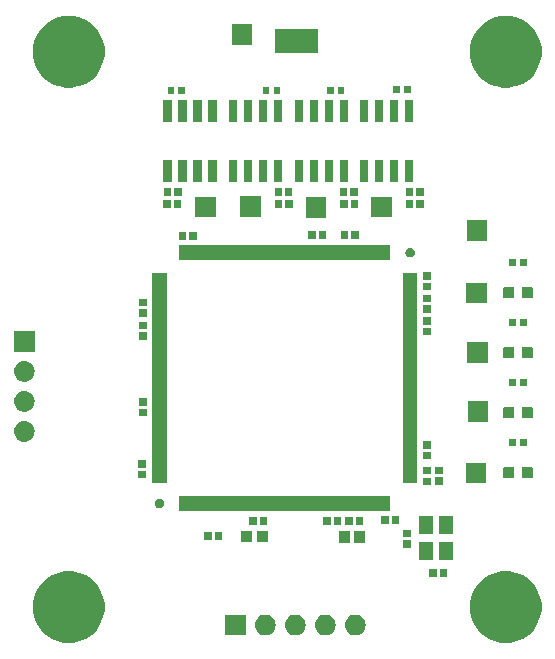
<source format=gbr>
G04 #@! TF.GenerationSoftware,KiCad,Pcbnew,(5.0.1)-3*
G04 #@! TF.CreationDate,2019-01-05T18:42:13-08:00*
G04 #@! TF.ProjectId,EScope-MSDAQ-2-INTANDAQ,4553636F70652D4D534441512D322D49,rev?*
G04 #@! TF.SameCoordinates,Original*
G04 #@! TF.FileFunction,Soldermask,Top*
G04 #@! TF.FilePolarity,Negative*
%FSLAX46Y46*%
G04 Gerber Fmt 4.6, Leading zero omitted, Abs format (unit mm)*
G04 Created by KiCad (PCBNEW (5.0.1)-3) date 1/5/2019 6:42:13 PM*
%MOMM*%
%LPD*%
G01*
G04 APERTURE LIST*
%ADD10C,0.100000*%
G04 APERTURE END LIST*
D10*
G36*
X162404752Y-119624945D02*
X162906077Y-119724664D01*
X163456664Y-119952725D01*
X163952180Y-120283818D01*
X164373582Y-120705220D01*
X164704675Y-121200736D01*
X164932736Y-121751323D01*
X165049000Y-122335824D01*
X165049000Y-122931776D01*
X164932736Y-123516277D01*
X164704675Y-124066864D01*
X164373582Y-124562380D01*
X163952180Y-124983782D01*
X163456664Y-125314875D01*
X162906077Y-125542936D01*
X162404752Y-125642655D01*
X162321577Y-125659200D01*
X161725623Y-125659200D01*
X161642448Y-125642655D01*
X161141123Y-125542936D01*
X160590536Y-125314875D01*
X160095020Y-124983782D01*
X159673618Y-124562380D01*
X159342525Y-124066864D01*
X159114464Y-123516277D01*
X158998200Y-122931776D01*
X158998200Y-122335824D01*
X159114464Y-121751323D01*
X159342525Y-121200736D01*
X159673618Y-120705220D01*
X160095020Y-120283818D01*
X160590536Y-119952725D01*
X161141123Y-119724664D01*
X161642448Y-119624945D01*
X161725623Y-119608400D01*
X162321577Y-119608400D01*
X162404752Y-119624945D01*
X162404752Y-119624945D01*
G37*
G36*
X125404752Y-119624945D02*
X125906077Y-119724664D01*
X126456664Y-119952725D01*
X126952180Y-120283818D01*
X127373582Y-120705220D01*
X127704675Y-121200736D01*
X127932736Y-121751323D01*
X128049000Y-122335824D01*
X128049000Y-122931776D01*
X127932736Y-123516277D01*
X127704675Y-124066864D01*
X127373582Y-124562380D01*
X126952180Y-124983782D01*
X126456664Y-125314875D01*
X125906077Y-125542936D01*
X125404752Y-125642655D01*
X125321577Y-125659200D01*
X124725623Y-125659200D01*
X124642448Y-125642655D01*
X124141123Y-125542936D01*
X123590536Y-125314875D01*
X123095020Y-124983782D01*
X122673618Y-124562380D01*
X122342525Y-124066864D01*
X122114464Y-123516277D01*
X121998200Y-122931776D01*
X121998200Y-122335824D01*
X122114464Y-121751323D01*
X122342525Y-121200736D01*
X122673618Y-120705220D01*
X123095020Y-120283818D01*
X123590536Y-119952725D01*
X124141123Y-119724664D01*
X124642448Y-119624945D01*
X124725623Y-119608400D01*
X125321577Y-119608400D01*
X125404752Y-119624945D01*
X125404752Y-119624945D01*
G37*
G36*
X144367405Y-123292466D02*
X144367408Y-123292467D01*
X144532422Y-123342523D01*
X144684499Y-123423810D01*
X144684501Y-123423811D01*
X144684500Y-123423811D01*
X144817796Y-123533204D01*
X144927189Y-123666500D01*
X145008476Y-123818576D01*
X145058534Y-123983595D01*
X145075435Y-124155200D01*
X145058534Y-124326805D01*
X145058533Y-124326808D01*
X145008477Y-124491822D01*
X144927190Y-124643899D01*
X144817796Y-124777196D01*
X144684499Y-124886590D01*
X144532422Y-124967877D01*
X144398125Y-125008615D01*
X144367405Y-125017934D01*
X144238802Y-125030600D01*
X144152798Y-125030600D01*
X144024195Y-125017934D01*
X143993475Y-125008615D01*
X143859178Y-124967877D01*
X143707101Y-124886590D01*
X143573804Y-124777196D01*
X143464410Y-124643899D01*
X143383123Y-124491822D01*
X143333067Y-124326808D01*
X143333066Y-124326805D01*
X143316165Y-124155200D01*
X143333066Y-123983595D01*
X143383124Y-123818576D01*
X143464411Y-123666500D01*
X143573804Y-123533204D01*
X143707100Y-123423811D01*
X143707099Y-123423811D01*
X143707101Y-123423810D01*
X143859178Y-123342523D01*
X144024192Y-123292467D01*
X144024195Y-123292466D01*
X144152798Y-123279800D01*
X144238802Y-123279800D01*
X144367405Y-123292466D01*
X144367405Y-123292466D01*
G37*
G36*
X141827405Y-123292466D02*
X141827408Y-123292467D01*
X141992422Y-123342523D01*
X142144499Y-123423810D01*
X142144501Y-123423811D01*
X142144500Y-123423811D01*
X142277796Y-123533204D01*
X142387189Y-123666500D01*
X142468476Y-123818576D01*
X142518534Y-123983595D01*
X142535435Y-124155200D01*
X142518534Y-124326805D01*
X142518533Y-124326808D01*
X142468477Y-124491822D01*
X142387190Y-124643899D01*
X142277796Y-124777196D01*
X142144499Y-124886590D01*
X141992422Y-124967877D01*
X141858125Y-125008615D01*
X141827405Y-125017934D01*
X141698802Y-125030600D01*
X141612798Y-125030600D01*
X141484195Y-125017934D01*
X141453475Y-125008615D01*
X141319178Y-124967877D01*
X141167101Y-124886590D01*
X141033804Y-124777196D01*
X140924410Y-124643899D01*
X140843123Y-124491822D01*
X140793067Y-124326808D01*
X140793066Y-124326805D01*
X140776165Y-124155200D01*
X140793066Y-123983595D01*
X140843124Y-123818576D01*
X140924411Y-123666500D01*
X141033804Y-123533204D01*
X141167100Y-123423811D01*
X141167099Y-123423811D01*
X141167101Y-123423810D01*
X141319178Y-123342523D01*
X141484192Y-123292467D01*
X141484195Y-123292466D01*
X141612798Y-123279800D01*
X141698802Y-123279800D01*
X141827405Y-123292466D01*
X141827405Y-123292466D01*
G37*
G36*
X146907405Y-123292466D02*
X146907408Y-123292467D01*
X147072422Y-123342523D01*
X147224499Y-123423810D01*
X147224501Y-123423811D01*
X147224500Y-123423811D01*
X147357796Y-123533204D01*
X147467189Y-123666500D01*
X147548476Y-123818576D01*
X147598534Y-123983595D01*
X147615435Y-124155200D01*
X147598534Y-124326805D01*
X147598533Y-124326808D01*
X147548477Y-124491822D01*
X147467190Y-124643899D01*
X147357796Y-124777196D01*
X147224499Y-124886590D01*
X147072422Y-124967877D01*
X146938125Y-125008615D01*
X146907405Y-125017934D01*
X146778802Y-125030600D01*
X146692798Y-125030600D01*
X146564195Y-125017934D01*
X146533475Y-125008615D01*
X146399178Y-124967877D01*
X146247101Y-124886590D01*
X146113804Y-124777196D01*
X146004410Y-124643899D01*
X145923123Y-124491822D01*
X145873067Y-124326808D01*
X145873066Y-124326805D01*
X145856165Y-124155200D01*
X145873066Y-123983595D01*
X145923124Y-123818576D01*
X146004411Y-123666500D01*
X146113804Y-123533204D01*
X146247100Y-123423811D01*
X146247099Y-123423811D01*
X146247101Y-123423810D01*
X146399178Y-123342523D01*
X146564192Y-123292467D01*
X146564195Y-123292466D01*
X146692798Y-123279800D01*
X146778802Y-123279800D01*
X146907405Y-123292466D01*
X146907405Y-123292466D01*
G37*
G36*
X149447405Y-123292466D02*
X149447408Y-123292467D01*
X149612422Y-123342523D01*
X149764499Y-123423810D01*
X149764501Y-123423811D01*
X149764500Y-123423811D01*
X149897796Y-123533204D01*
X150007189Y-123666500D01*
X150088476Y-123818576D01*
X150138534Y-123983595D01*
X150155435Y-124155200D01*
X150138534Y-124326805D01*
X150138533Y-124326808D01*
X150088477Y-124491822D01*
X150007190Y-124643899D01*
X149897796Y-124777196D01*
X149764499Y-124886590D01*
X149612422Y-124967877D01*
X149478125Y-125008615D01*
X149447405Y-125017934D01*
X149318802Y-125030600D01*
X149232798Y-125030600D01*
X149104195Y-125017934D01*
X149073475Y-125008615D01*
X148939178Y-124967877D01*
X148787101Y-124886590D01*
X148653804Y-124777196D01*
X148544410Y-124643899D01*
X148463123Y-124491822D01*
X148413067Y-124326808D01*
X148413066Y-124326805D01*
X148396165Y-124155200D01*
X148413066Y-123983595D01*
X148463124Y-123818576D01*
X148544411Y-123666500D01*
X148653804Y-123533204D01*
X148787100Y-123423811D01*
X148787099Y-123423811D01*
X148787101Y-123423810D01*
X148939178Y-123342523D01*
X149104192Y-123292467D01*
X149104195Y-123292466D01*
X149232798Y-123279800D01*
X149318802Y-123279800D01*
X149447405Y-123292466D01*
X149447405Y-123292466D01*
G37*
G36*
X139991200Y-125030600D02*
X138240400Y-125030600D01*
X138240400Y-123279800D01*
X139991200Y-123279800D01*
X139991200Y-125030600D01*
X139991200Y-125030600D01*
G37*
G36*
X157046600Y-120076000D02*
X156415800Y-120076000D01*
X156415800Y-119395200D01*
X157046600Y-119395200D01*
X157046600Y-120076000D01*
X157046600Y-120076000D01*
G37*
G36*
X156156600Y-120076000D02*
X155525800Y-120076000D01*
X155525800Y-119395200D01*
X156156600Y-119395200D01*
X156156600Y-120076000D01*
X156156600Y-120076000D01*
G37*
G36*
X157583800Y-118614600D02*
X156333000Y-118614600D01*
X156333000Y-117163800D01*
X157583800Y-117163800D01*
X157583800Y-118614600D01*
X157583800Y-118614600D01*
G37*
G36*
X155883800Y-118614600D02*
X154633000Y-118614600D01*
X154633000Y-117163800D01*
X155883800Y-117163800D01*
X155883800Y-118614600D01*
X155883800Y-118614600D01*
G37*
G36*
X153985000Y-117625800D02*
X153304200Y-117625800D01*
X153304200Y-116995000D01*
X153985000Y-116995000D01*
X153985000Y-117625800D01*
X153985000Y-117625800D01*
G37*
G36*
X150131800Y-117198400D02*
X149191000Y-117198400D01*
X149191000Y-116227600D01*
X150131800Y-116227600D01*
X150131800Y-117198400D01*
X150131800Y-117198400D01*
G37*
G36*
X148801800Y-117198400D02*
X147861000Y-117198400D01*
X147861000Y-116227600D01*
X148801800Y-116227600D01*
X148801800Y-117198400D01*
X148801800Y-117198400D01*
G37*
G36*
X141876800Y-117173000D02*
X140936000Y-117173000D01*
X140936000Y-116202200D01*
X141876800Y-116202200D01*
X141876800Y-117173000D01*
X141876800Y-117173000D01*
G37*
G36*
X140546800Y-117173000D02*
X139606000Y-117173000D01*
X139606000Y-116202200D01*
X140546800Y-116202200D01*
X140546800Y-117173000D01*
X140546800Y-117173000D01*
G37*
G36*
X138022000Y-116977200D02*
X137391200Y-116977200D01*
X137391200Y-116296400D01*
X138022000Y-116296400D01*
X138022000Y-116977200D01*
X138022000Y-116977200D01*
G37*
G36*
X137132000Y-116977200D02*
X136501200Y-116977200D01*
X136501200Y-116296400D01*
X137132000Y-116296400D01*
X137132000Y-116977200D01*
X137132000Y-116977200D01*
G37*
G36*
X153985000Y-116735800D02*
X153304200Y-116735800D01*
X153304200Y-116105000D01*
X153985000Y-116105000D01*
X153985000Y-116735800D01*
X153985000Y-116735800D01*
G37*
G36*
X155883800Y-116414600D02*
X154633000Y-116414600D01*
X154633000Y-114963800D01*
X155883800Y-114963800D01*
X155883800Y-116414600D01*
X155883800Y-116414600D01*
G37*
G36*
X157583800Y-116414600D02*
X156333000Y-116414600D01*
X156333000Y-114963800D01*
X157583800Y-114963800D01*
X157583800Y-116414600D01*
X157583800Y-116414600D01*
G37*
G36*
X147215800Y-115732600D02*
X146585000Y-115732600D01*
X146585000Y-115051800D01*
X147215800Y-115051800D01*
X147215800Y-115732600D01*
X147215800Y-115732600D01*
G37*
G36*
X148105800Y-115732600D02*
X147475000Y-115732600D01*
X147475000Y-115051800D01*
X148105800Y-115051800D01*
X148105800Y-115732600D01*
X148105800Y-115732600D01*
G37*
G36*
X149934600Y-115707200D02*
X149303800Y-115707200D01*
X149303800Y-115026400D01*
X149934600Y-115026400D01*
X149934600Y-115707200D01*
X149934600Y-115707200D01*
G37*
G36*
X149044600Y-115707200D02*
X148413800Y-115707200D01*
X148413800Y-115026400D01*
X149044600Y-115026400D01*
X149044600Y-115707200D01*
X149044600Y-115707200D01*
G37*
G36*
X140942000Y-115656400D02*
X140311200Y-115656400D01*
X140311200Y-114975600D01*
X140942000Y-114975600D01*
X140942000Y-115656400D01*
X140942000Y-115656400D01*
G37*
G36*
X141832000Y-115656400D02*
X141201200Y-115656400D01*
X141201200Y-114975600D01*
X141832000Y-114975600D01*
X141832000Y-115656400D01*
X141832000Y-115656400D01*
G37*
G36*
X152118000Y-115605600D02*
X151487200Y-115605600D01*
X151487200Y-114924800D01*
X152118000Y-114924800D01*
X152118000Y-115605600D01*
X152118000Y-115605600D01*
G37*
G36*
X153008000Y-115605600D02*
X152377200Y-115605600D01*
X152377200Y-114924800D01*
X153008000Y-114924800D01*
X153008000Y-115605600D01*
X153008000Y-115605600D01*
G37*
G36*
X152232200Y-114481400D02*
X134381400Y-114481400D01*
X134381400Y-113260600D01*
X152232200Y-113260600D01*
X152232200Y-114481400D01*
X152232200Y-114481400D01*
G37*
G36*
X132803592Y-113485987D02*
X132876460Y-113516170D01*
X132876461Y-113516171D01*
X132942043Y-113559991D01*
X132997809Y-113615757D01*
X132997811Y-113615760D01*
X133041630Y-113681340D01*
X133071813Y-113754208D01*
X133087200Y-113831564D01*
X133087200Y-113910436D01*
X133071813Y-113987792D01*
X133041630Y-114060660D01*
X133041629Y-114060661D01*
X132997809Y-114126243D01*
X132942043Y-114182009D01*
X132942040Y-114182011D01*
X132876460Y-114225830D01*
X132803592Y-114256013D01*
X132726236Y-114271400D01*
X132647364Y-114271400D01*
X132570008Y-114256013D01*
X132497140Y-114225830D01*
X132431560Y-114182011D01*
X132431557Y-114182009D01*
X132375791Y-114126243D01*
X132331971Y-114060661D01*
X132331970Y-114060660D01*
X132301787Y-113987792D01*
X132286400Y-113910436D01*
X132286400Y-113831564D01*
X132301787Y-113754208D01*
X132331970Y-113681340D01*
X132375789Y-113615760D01*
X132375791Y-113615757D01*
X132431557Y-113559991D01*
X132497139Y-113516171D01*
X132497140Y-113516170D01*
X132570008Y-113485987D01*
X132647364Y-113470600D01*
X132726236Y-113470600D01*
X132803592Y-113485987D01*
X132803592Y-113485987D01*
G37*
G36*
X155686800Y-112304000D02*
X155006000Y-112304000D01*
X155006000Y-111673200D01*
X155686800Y-111673200D01*
X155686800Y-112304000D01*
X155686800Y-112304000D01*
G37*
G36*
X156677400Y-112291800D02*
X155996600Y-112291800D01*
X155996600Y-111661000D01*
X156677400Y-111661000D01*
X156677400Y-112291800D01*
X156677400Y-112291800D01*
G37*
G36*
X154537200Y-112176400D02*
X153316400Y-112176400D01*
X153316400Y-94325600D01*
X154537200Y-94325600D01*
X154537200Y-112176400D01*
X154537200Y-112176400D01*
G37*
G36*
X133297200Y-112176400D02*
X132076400Y-112176400D01*
X132076400Y-94325600D01*
X133297200Y-94325600D01*
X133297200Y-112176400D01*
X133297200Y-112176400D01*
G37*
G36*
X160362000Y-112152800D02*
X158611200Y-112152800D01*
X158611200Y-110402000D01*
X160362000Y-110402000D01*
X160362000Y-112152800D01*
X160362000Y-112152800D01*
G37*
G36*
X162591292Y-110755439D02*
X162622872Y-110765019D01*
X162651976Y-110780576D01*
X162677488Y-110801512D01*
X162698424Y-110827024D01*
X162713981Y-110856128D01*
X162723561Y-110887708D01*
X162727400Y-110926690D01*
X162727400Y-111577310D01*
X162723561Y-111616292D01*
X162713981Y-111647872D01*
X162698424Y-111676976D01*
X162677488Y-111702488D01*
X162651976Y-111723424D01*
X162622872Y-111738981D01*
X162591292Y-111748561D01*
X162552310Y-111752400D01*
X161976690Y-111752400D01*
X161937708Y-111748561D01*
X161906128Y-111738981D01*
X161877024Y-111723424D01*
X161851512Y-111702488D01*
X161830576Y-111676976D01*
X161815019Y-111647872D01*
X161805439Y-111616292D01*
X161801600Y-111577310D01*
X161801600Y-110926690D01*
X161805439Y-110887708D01*
X161815019Y-110856128D01*
X161830576Y-110827024D01*
X161851512Y-110801512D01*
X161877024Y-110780576D01*
X161906128Y-110765019D01*
X161937708Y-110755439D01*
X161976690Y-110751600D01*
X162552310Y-110751600D01*
X162591292Y-110755439D01*
X162591292Y-110755439D01*
G37*
G36*
X164166292Y-110755439D02*
X164197872Y-110765019D01*
X164226976Y-110780576D01*
X164252488Y-110801512D01*
X164273424Y-110827024D01*
X164288981Y-110856128D01*
X164298561Y-110887708D01*
X164302400Y-110926690D01*
X164302400Y-111577310D01*
X164298561Y-111616292D01*
X164288981Y-111647872D01*
X164273424Y-111676976D01*
X164252488Y-111702488D01*
X164226976Y-111723424D01*
X164197872Y-111738981D01*
X164166292Y-111748561D01*
X164127310Y-111752400D01*
X163551690Y-111752400D01*
X163512708Y-111748561D01*
X163481128Y-111738981D01*
X163452024Y-111723424D01*
X163426512Y-111702488D01*
X163405576Y-111676976D01*
X163390019Y-111647872D01*
X163380439Y-111616292D01*
X163376600Y-111577310D01*
X163376600Y-110926690D01*
X163380439Y-110887708D01*
X163390019Y-110856128D01*
X163405576Y-110827024D01*
X163426512Y-110801512D01*
X163452024Y-110780576D01*
X163481128Y-110765019D01*
X163512708Y-110755439D01*
X163551690Y-110751600D01*
X164127310Y-110751600D01*
X164166292Y-110755439D01*
X164166292Y-110755439D01*
G37*
G36*
X131582200Y-111733000D02*
X130901400Y-111733000D01*
X130901400Y-111102200D01*
X131582200Y-111102200D01*
X131582200Y-111733000D01*
X131582200Y-111733000D01*
G37*
G36*
X155686800Y-111414000D02*
X155006000Y-111414000D01*
X155006000Y-110783200D01*
X155686800Y-110783200D01*
X155686800Y-111414000D01*
X155686800Y-111414000D01*
G37*
G36*
X156677400Y-111401800D02*
X155996600Y-111401800D01*
X155996600Y-110771000D01*
X156677400Y-110771000D01*
X156677400Y-111401800D01*
X156677400Y-111401800D01*
G37*
G36*
X131582200Y-110843000D02*
X130901400Y-110843000D01*
X130901400Y-110212200D01*
X131582200Y-110212200D01*
X131582200Y-110843000D01*
X131582200Y-110843000D01*
G37*
G36*
X155712200Y-110132800D02*
X155031400Y-110132800D01*
X155031400Y-109502000D01*
X155712200Y-109502000D01*
X155712200Y-110132800D01*
X155712200Y-110132800D01*
G37*
G36*
X155712200Y-109242800D02*
X155031400Y-109242800D01*
X155031400Y-108612000D01*
X155712200Y-108612000D01*
X155712200Y-109242800D01*
X155712200Y-109242800D01*
G37*
G36*
X163777400Y-109017400D02*
X163236600Y-109017400D01*
X163236600Y-108406600D01*
X163777400Y-108406600D01*
X163777400Y-109017400D01*
X163777400Y-109017400D01*
G37*
G36*
X162867400Y-109017400D02*
X162326600Y-109017400D01*
X162326600Y-108406600D01*
X162867400Y-108406600D01*
X162867400Y-109017400D01*
X162867400Y-109017400D01*
G37*
G36*
X121419806Y-106905667D02*
X121419809Y-106905668D01*
X121584823Y-106955724D01*
X121736900Y-107037011D01*
X121736902Y-107037012D01*
X121736901Y-107037012D01*
X121870197Y-107146405D01*
X121979590Y-107279701D01*
X122060877Y-107431777D01*
X122110935Y-107596796D01*
X122127836Y-107768401D01*
X122110935Y-107940006D01*
X122110934Y-107940009D01*
X122060878Y-108105023D01*
X121979591Y-108257100D01*
X121870197Y-108390397D01*
X121736900Y-108499791D01*
X121584823Y-108581078D01*
X121482886Y-108612000D01*
X121419806Y-108631135D01*
X121291203Y-108643801D01*
X121205199Y-108643801D01*
X121076596Y-108631135D01*
X121013516Y-108612000D01*
X120911579Y-108581078D01*
X120759502Y-108499791D01*
X120626205Y-108390397D01*
X120516811Y-108257100D01*
X120435524Y-108105023D01*
X120385468Y-107940009D01*
X120385467Y-107940006D01*
X120368566Y-107768401D01*
X120385467Y-107596796D01*
X120435525Y-107431777D01*
X120516812Y-107279701D01*
X120626205Y-107146405D01*
X120759501Y-107037012D01*
X120759500Y-107037012D01*
X120759502Y-107037011D01*
X120911579Y-106955724D01*
X121076593Y-106905668D01*
X121076596Y-106905667D01*
X121205199Y-106893001D01*
X121291203Y-106893001D01*
X121419806Y-106905667D01*
X121419806Y-106905667D01*
G37*
G36*
X160539800Y-106971200D02*
X158789000Y-106971200D01*
X158789000Y-105220400D01*
X160539800Y-105220400D01*
X160539800Y-106971200D01*
X160539800Y-106971200D01*
G37*
G36*
X164166292Y-105675439D02*
X164197872Y-105685019D01*
X164226976Y-105700576D01*
X164252488Y-105721512D01*
X164273424Y-105747024D01*
X164288981Y-105776128D01*
X164298561Y-105807708D01*
X164302400Y-105846690D01*
X164302400Y-106497310D01*
X164298561Y-106536292D01*
X164288981Y-106567872D01*
X164273424Y-106596976D01*
X164252488Y-106622488D01*
X164226976Y-106643424D01*
X164197872Y-106658981D01*
X164166292Y-106668561D01*
X164127310Y-106672400D01*
X163551690Y-106672400D01*
X163512708Y-106668561D01*
X163481128Y-106658981D01*
X163452024Y-106643424D01*
X163426512Y-106622488D01*
X163405576Y-106596976D01*
X163390019Y-106567872D01*
X163380439Y-106536292D01*
X163376600Y-106497310D01*
X163376600Y-105846690D01*
X163380439Y-105807708D01*
X163390019Y-105776128D01*
X163405576Y-105747024D01*
X163426512Y-105721512D01*
X163452024Y-105700576D01*
X163481128Y-105685019D01*
X163512708Y-105675439D01*
X163551690Y-105671600D01*
X164127310Y-105671600D01*
X164166292Y-105675439D01*
X164166292Y-105675439D01*
G37*
G36*
X162591292Y-105675439D02*
X162622872Y-105685019D01*
X162651976Y-105700576D01*
X162677488Y-105721512D01*
X162698424Y-105747024D01*
X162713981Y-105776128D01*
X162723561Y-105807708D01*
X162727400Y-105846690D01*
X162727400Y-106497310D01*
X162723561Y-106536292D01*
X162713981Y-106567872D01*
X162698424Y-106596976D01*
X162677488Y-106622488D01*
X162651976Y-106643424D01*
X162622872Y-106658981D01*
X162591292Y-106668561D01*
X162552310Y-106672400D01*
X161976690Y-106672400D01*
X161937708Y-106668561D01*
X161906128Y-106658981D01*
X161877024Y-106643424D01*
X161851512Y-106622488D01*
X161830576Y-106596976D01*
X161815019Y-106567872D01*
X161805439Y-106536292D01*
X161801600Y-106497310D01*
X161801600Y-105846690D01*
X161805439Y-105807708D01*
X161815019Y-105776128D01*
X161830576Y-105747024D01*
X161851512Y-105721512D01*
X161877024Y-105700576D01*
X161906128Y-105685019D01*
X161937708Y-105675439D01*
X161976690Y-105671600D01*
X162552310Y-105671600D01*
X162591292Y-105675439D01*
X162591292Y-105675439D01*
G37*
G36*
X131607600Y-106500600D02*
X130926800Y-106500600D01*
X130926800Y-105869800D01*
X131607600Y-105869800D01*
X131607600Y-106500600D01*
X131607600Y-106500600D01*
G37*
G36*
X121419806Y-104365667D02*
X121419809Y-104365668D01*
X121584823Y-104415724D01*
X121736900Y-104497011D01*
X121870197Y-104606405D01*
X121979591Y-104739702D01*
X122050380Y-104872139D01*
X122060877Y-104891777D01*
X122110935Y-105056796D01*
X122127836Y-105228401D01*
X122110935Y-105400006D01*
X122110934Y-105400009D01*
X122060878Y-105565023D01*
X121979591Y-105717100D01*
X121870197Y-105850397D01*
X121736900Y-105959791D01*
X121584823Y-106041078D01*
X121450526Y-106081816D01*
X121419806Y-106091135D01*
X121291203Y-106103801D01*
X121205199Y-106103801D01*
X121076596Y-106091135D01*
X121045876Y-106081816D01*
X120911579Y-106041078D01*
X120759502Y-105959791D01*
X120626205Y-105850397D01*
X120516811Y-105717100D01*
X120435524Y-105565023D01*
X120385468Y-105400009D01*
X120385467Y-105400006D01*
X120368566Y-105228401D01*
X120385467Y-105056796D01*
X120435525Y-104891777D01*
X120446022Y-104872139D01*
X120516811Y-104739702D01*
X120626205Y-104606405D01*
X120759502Y-104497011D01*
X120911579Y-104415724D01*
X121076593Y-104365668D01*
X121076596Y-104365667D01*
X121205199Y-104353001D01*
X121291203Y-104353001D01*
X121419806Y-104365667D01*
X121419806Y-104365667D01*
G37*
G36*
X131607600Y-105610600D02*
X130926800Y-105610600D01*
X130926800Y-104979800D01*
X131607600Y-104979800D01*
X131607600Y-105610600D01*
X131607600Y-105610600D01*
G37*
G36*
X163777400Y-103937400D02*
X163236600Y-103937400D01*
X163236600Y-103326600D01*
X163777400Y-103326600D01*
X163777400Y-103937400D01*
X163777400Y-103937400D01*
G37*
G36*
X162867400Y-103937400D02*
X162326600Y-103937400D01*
X162326600Y-103326600D01*
X162867400Y-103326600D01*
X162867400Y-103937400D01*
X162867400Y-103937400D01*
G37*
G36*
X121419806Y-101825667D02*
X121419809Y-101825668D01*
X121584823Y-101875724D01*
X121736900Y-101957011D01*
X121870197Y-102066405D01*
X121960468Y-102176400D01*
X121979590Y-102199701D01*
X122060877Y-102351777D01*
X122110935Y-102516796D01*
X122127836Y-102688401D01*
X122110935Y-102860006D01*
X122110934Y-102860009D01*
X122060878Y-103025023D01*
X121979591Y-103177100D01*
X121870197Y-103310397D01*
X121736900Y-103419791D01*
X121584823Y-103501078D01*
X121450526Y-103541816D01*
X121419806Y-103551135D01*
X121291203Y-103563801D01*
X121205199Y-103563801D01*
X121076596Y-103551135D01*
X121045876Y-103541816D01*
X120911579Y-103501078D01*
X120759502Y-103419791D01*
X120626205Y-103310397D01*
X120516811Y-103177100D01*
X120435524Y-103025023D01*
X120385468Y-102860009D01*
X120385467Y-102860006D01*
X120368566Y-102688401D01*
X120385467Y-102516796D01*
X120435525Y-102351777D01*
X120516812Y-102199701D01*
X120535935Y-102176400D01*
X120626205Y-102066405D01*
X120759502Y-101957011D01*
X120911579Y-101875724D01*
X121076593Y-101825668D01*
X121076596Y-101825667D01*
X121205199Y-101813001D01*
X121291203Y-101813001D01*
X121419806Y-101825667D01*
X121419806Y-101825667D01*
G37*
G36*
X160514400Y-101967400D02*
X158763600Y-101967400D01*
X158763600Y-100216600D01*
X160514400Y-100216600D01*
X160514400Y-101967400D01*
X160514400Y-101967400D01*
G37*
G36*
X162591292Y-100595439D02*
X162622872Y-100605019D01*
X162651976Y-100620576D01*
X162677488Y-100641512D01*
X162698424Y-100667024D01*
X162713981Y-100696128D01*
X162723561Y-100727708D01*
X162727400Y-100766690D01*
X162727400Y-101417310D01*
X162723561Y-101456292D01*
X162713981Y-101487872D01*
X162698424Y-101516976D01*
X162677488Y-101542488D01*
X162651976Y-101563424D01*
X162622872Y-101578981D01*
X162591292Y-101588561D01*
X162552310Y-101592400D01*
X161976690Y-101592400D01*
X161937708Y-101588561D01*
X161906128Y-101578981D01*
X161877024Y-101563424D01*
X161851512Y-101542488D01*
X161830576Y-101516976D01*
X161815019Y-101487872D01*
X161805439Y-101456292D01*
X161801600Y-101417310D01*
X161801600Y-100766690D01*
X161805439Y-100727708D01*
X161815019Y-100696128D01*
X161830576Y-100667024D01*
X161851512Y-100641512D01*
X161877024Y-100620576D01*
X161906128Y-100605019D01*
X161937708Y-100595439D01*
X161976690Y-100591600D01*
X162552310Y-100591600D01*
X162591292Y-100595439D01*
X162591292Y-100595439D01*
G37*
G36*
X164166292Y-100595439D02*
X164197872Y-100605019D01*
X164226976Y-100620576D01*
X164252488Y-100641512D01*
X164273424Y-100667024D01*
X164288981Y-100696128D01*
X164298561Y-100727708D01*
X164302400Y-100766690D01*
X164302400Y-101417310D01*
X164298561Y-101456292D01*
X164288981Y-101487872D01*
X164273424Y-101516976D01*
X164252488Y-101542488D01*
X164226976Y-101563424D01*
X164197872Y-101578981D01*
X164166292Y-101588561D01*
X164127310Y-101592400D01*
X163551690Y-101592400D01*
X163512708Y-101588561D01*
X163481128Y-101578981D01*
X163452024Y-101563424D01*
X163426512Y-101542488D01*
X163405576Y-101516976D01*
X163390019Y-101487872D01*
X163380439Y-101456292D01*
X163376600Y-101417310D01*
X163376600Y-100766690D01*
X163380439Y-100727708D01*
X163390019Y-100696128D01*
X163405576Y-100667024D01*
X163426512Y-100641512D01*
X163452024Y-100620576D01*
X163481128Y-100605019D01*
X163512708Y-100595439D01*
X163551690Y-100591600D01*
X164127310Y-100591600D01*
X164166292Y-100595439D01*
X164166292Y-100595439D01*
G37*
G36*
X122123601Y-101023801D02*
X120372801Y-101023801D01*
X120372801Y-99273001D01*
X122123601Y-99273001D01*
X122123601Y-101023801D01*
X122123601Y-101023801D01*
G37*
G36*
X131607600Y-100011400D02*
X130926800Y-100011400D01*
X130926800Y-99380600D01*
X131607600Y-99380600D01*
X131607600Y-100011400D01*
X131607600Y-100011400D01*
G37*
G36*
X155712200Y-99642600D02*
X155031400Y-99642600D01*
X155031400Y-99011800D01*
X155712200Y-99011800D01*
X155712200Y-99642600D01*
X155712200Y-99642600D01*
G37*
G36*
X131607600Y-99121400D02*
X130926800Y-99121400D01*
X130926800Y-98490600D01*
X131607600Y-98490600D01*
X131607600Y-99121400D01*
X131607600Y-99121400D01*
G37*
G36*
X162867400Y-98857400D02*
X162326600Y-98857400D01*
X162326600Y-98246600D01*
X162867400Y-98246600D01*
X162867400Y-98857400D01*
X162867400Y-98857400D01*
G37*
G36*
X163777400Y-98857400D02*
X163236600Y-98857400D01*
X163236600Y-98246600D01*
X163777400Y-98246600D01*
X163777400Y-98857400D01*
X163777400Y-98857400D01*
G37*
G36*
X155712200Y-98752600D02*
X155031400Y-98752600D01*
X155031400Y-98121800D01*
X155712200Y-98121800D01*
X155712200Y-98752600D01*
X155712200Y-98752600D01*
G37*
G36*
X131607600Y-98042400D02*
X130926800Y-98042400D01*
X130926800Y-97411600D01*
X131607600Y-97411600D01*
X131607600Y-98042400D01*
X131607600Y-98042400D01*
G37*
G36*
X155712200Y-97737600D02*
X155031400Y-97737600D01*
X155031400Y-97106800D01*
X155712200Y-97106800D01*
X155712200Y-97737600D01*
X155712200Y-97737600D01*
G37*
G36*
X131607600Y-97152400D02*
X130926800Y-97152400D01*
X130926800Y-96521600D01*
X131607600Y-96521600D01*
X131607600Y-97152400D01*
X131607600Y-97152400D01*
G37*
G36*
X160438200Y-96912800D02*
X158687400Y-96912800D01*
X158687400Y-95162000D01*
X160438200Y-95162000D01*
X160438200Y-96912800D01*
X160438200Y-96912800D01*
G37*
G36*
X155712200Y-96847600D02*
X155031400Y-96847600D01*
X155031400Y-96216800D01*
X155712200Y-96216800D01*
X155712200Y-96847600D01*
X155712200Y-96847600D01*
G37*
G36*
X162591292Y-95515439D02*
X162622872Y-95525019D01*
X162651976Y-95540576D01*
X162677488Y-95561512D01*
X162698424Y-95587024D01*
X162713981Y-95616128D01*
X162723561Y-95647708D01*
X162727400Y-95686690D01*
X162727400Y-96337310D01*
X162723561Y-96376292D01*
X162713981Y-96407872D01*
X162698424Y-96436976D01*
X162677488Y-96462488D01*
X162651976Y-96483424D01*
X162622872Y-96498981D01*
X162591292Y-96508561D01*
X162552310Y-96512400D01*
X161976690Y-96512400D01*
X161937708Y-96508561D01*
X161906128Y-96498981D01*
X161877024Y-96483424D01*
X161851512Y-96462488D01*
X161830576Y-96436976D01*
X161815019Y-96407872D01*
X161805439Y-96376292D01*
X161801600Y-96337310D01*
X161801600Y-95686690D01*
X161805439Y-95647708D01*
X161815019Y-95616128D01*
X161830576Y-95587024D01*
X161851512Y-95561512D01*
X161877024Y-95540576D01*
X161906128Y-95525019D01*
X161937708Y-95515439D01*
X161976690Y-95511600D01*
X162552310Y-95511600D01*
X162591292Y-95515439D01*
X162591292Y-95515439D01*
G37*
G36*
X164166292Y-95515439D02*
X164197872Y-95525019D01*
X164226976Y-95540576D01*
X164252488Y-95561512D01*
X164273424Y-95587024D01*
X164288981Y-95616128D01*
X164298561Y-95647708D01*
X164302400Y-95686690D01*
X164302400Y-96337310D01*
X164298561Y-96376292D01*
X164288981Y-96407872D01*
X164273424Y-96436976D01*
X164252488Y-96462488D01*
X164226976Y-96483424D01*
X164197872Y-96498981D01*
X164166292Y-96508561D01*
X164127310Y-96512400D01*
X163551690Y-96512400D01*
X163512708Y-96508561D01*
X163481128Y-96498981D01*
X163452024Y-96483424D01*
X163426512Y-96462488D01*
X163405576Y-96436976D01*
X163390019Y-96407872D01*
X163380439Y-96376292D01*
X163376600Y-96337310D01*
X163376600Y-95686690D01*
X163380439Y-95647708D01*
X163390019Y-95616128D01*
X163405576Y-95587024D01*
X163426512Y-95561512D01*
X163452024Y-95540576D01*
X163481128Y-95525019D01*
X163512708Y-95515439D01*
X163551690Y-95511600D01*
X164127310Y-95511600D01*
X164166292Y-95515439D01*
X164166292Y-95515439D01*
G37*
G36*
X155712200Y-95832600D02*
X155031400Y-95832600D01*
X155031400Y-95201800D01*
X155712200Y-95201800D01*
X155712200Y-95832600D01*
X155712200Y-95832600D01*
G37*
G36*
X155712200Y-94942600D02*
X155031400Y-94942600D01*
X155031400Y-94311800D01*
X155712200Y-94311800D01*
X155712200Y-94942600D01*
X155712200Y-94942600D01*
G37*
G36*
X162867400Y-93777400D02*
X162326600Y-93777400D01*
X162326600Y-93166600D01*
X162867400Y-93166600D01*
X162867400Y-93777400D01*
X162867400Y-93777400D01*
G37*
G36*
X163777400Y-93777400D02*
X163236600Y-93777400D01*
X163236600Y-93166600D01*
X163777400Y-93166600D01*
X163777400Y-93777400D01*
X163777400Y-93777400D01*
G37*
G36*
X152232200Y-93241400D02*
X134381400Y-93241400D01*
X134381400Y-92020600D01*
X152232200Y-92020600D01*
X152232200Y-93241400D01*
X152232200Y-93241400D01*
G37*
G36*
X154043592Y-92245987D02*
X154116460Y-92276170D01*
X154116461Y-92276171D01*
X154182043Y-92319991D01*
X154237809Y-92375757D01*
X154237811Y-92375760D01*
X154281630Y-92441340D01*
X154311813Y-92514208D01*
X154327200Y-92591564D01*
X154327200Y-92670436D01*
X154311813Y-92747792D01*
X154281630Y-92820660D01*
X154281629Y-92820661D01*
X154237809Y-92886243D01*
X154182043Y-92942009D01*
X154182040Y-92942011D01*
X154116460Y-92985830D01*
X154043592Y-93016013D01*
X153966236Y-93031400D01*
X153887364Y-93031400D01*
X153810008Y-93016013D01*
X153737140Y-92985830D01*
X153671560Y-92942011D01*
X153671557Y-92942009D01*
X153615791Y-92886243D01*
X153571971Y-92820661D01*
X153571970Y-92820660D01*
X153541787Y-92747792D01*
X153526400Y-92670436D01*
X153526400Y-92591564D01*
X153541787Y-92514208D01*
X153571970Y-92441340D01*
X153615789Y-92375760D01*
X153615791Y-92375757D01*
X153671557Y-92319991D01*
X153737139Y-92276171D01*
X153737140Y-92276170D01*
X153810008Y-92245987D01*
X153887364Y-92230600D01*
X153966236Y-92230600D01*
X154043592Y-92245987D01*
X154043592Y-92245987D01*
G37*
G36*
X160463600Y-91655000D02*
X158712800Y-91655000D01*
X158712800Y-89904200D01*
X160463600Y-89904200D01*
X160463600Y-91655000D01*
X160463600Y-91655000D01*
G37*
G36*
X134973000Y-91526400D02*
X134342200Y-91526400D01*
X134342200Y-90845600D01*
X134973000Y-90845600D01*
X134973000Y-91526400D01*
X134973000Y-91526400D01*
G37*
G36*
X135863000Y-91526400D02*
X135232200Y-91526400D01*
X135232200Y-90845600D01*
X135863000Y-90845600D01*
X135863000Y-91526400D01*
X135863000Y-91526400D01*
G37*
G36*
X146835800Y-91475600D02*
X146205000Y-91475600D01*
X146205000Y-90794800D01*
X146835800Y-90794800D01*
X146835800Y-91475600D01*
X146835800Y-91475600D01*
G37*
G36*
X145945800Y-91475600D02*
X145315000Y-91475600D01*
X145315000Y-90794800D01*
X145945800Y-90794800D01*
X145945800Y-91475600D01*
X145945800Y-91475600D01*
G37*
G36*
X149553600Y-91450200D02*
X148922800Y-91450200D01*
X148922800Y-90769400D01*
X149553600Y-90769400D01*
X149553600Y-91450200D01*
X149553600Y-91450200D01*
G37*
G36*
X148663600Y-91450200D02*
X148032800Y-91450200D01*
X148032800Y-90769400D01*
X148663600Y-90769400D01*
X148663600Y-91450200D01*
X148663600Y-91450200D01*
G37*
G36*
X146836500Y-89706820D02*
X145085700Y-89706820D01*
X145085700Y-87956020D01*
X146836500Y-87956020D01*
X146836500Y-89706820D01*
X146836500Y-89706820D01*
G37*
G36*
X152396560Y-89648400D02*
X150645760Y-89648400D01*
X150645760Y-87897600D01*
X152396560Y-87897600D01*
X152396560Y-89648400D01*
X152396560Y-89648400D01*
G37*
G36*
X137489300Y-89633160D02*
X135738500Y-89633160D01*
X135738500Y-87882360D01*
X137489300Y-87882360D01*
X137489300Y-89633160D01*
X137489300Y-89633160D01*
G37*
G36*
X141291680Y-89620460D02*
X139540880Y-89620460D01*
X139540880Y-87869660D01*
X141291680Y-87869660D01*
X141291680Y-89620460D01*
X141291680Y-89620460D01*
G37*
G36*
X143085760Y-88894960D02*
X142454960Y-88894960D01*
X142454960Y-88214160D01*
X143085760Y-88214160D01*
X143085760Y-88894960D01*
X143085760Y-88894960D01*
G37*
G36*
X143975760Y-88894960D02*
X143344960Y-88894960D01*
X143344960Y-88214160D01*
X143975760Y-88214160D01*
X143975760Y-88894960D01*
X143975760Y-88894960D01*
G37*
G36*
X134557440Y-88894960D02*
X133926640Y-88894960D01*
X133926640Y-88214160D01*
X134557440Y-88214160D01*
X134557440Y-88894960D01*
X134557440Y-88894960D01*
G37*
G36*
X133667440Y-88894960D02*
X133036640Y-88894960D01*
X133036640Y-88214160D01*
X133667440Y-88214160D01*
X133667440Y-88894960D01*
X133667440Y-88894960D01*
G37*
G36*
X148652940Y-88894960D02*
X148022140Y-88894960D01*
X148022140Y-88214160D01*
X148652940Y-88214160D01*
X148652940Y-88894960D01*
X148652940Y-88894960D01*
G37*
G36*
X155080640Y-88894960D02*
X154449840Y-88894960D01*
X154449840Y-88214160D01*
X155080640Y-88214160D01*
X155080640Y-88894960D01*
X155080640Y-88894960D01*
G37*
G36*
X154190640Y-88894960D02*
X153559840Y-88894960D01*
X153559840Y-88214160D01*
X154190640Y-88214160D01*
X154190640Y-88894960D01*
X154190640Y-88894960D01*
G37*
G36*
X149542940Y-88894960D02*
X148912140Y-88894960D01*
X148912140Y-88214160D01*
X149542940Y-88214160D01*
X149542940Y-88894960D01*
X149542940Y-88894960D01*
G37*
G36*
X155065400Y-87818000D02*
X154434600Y-87818000D01*
X154434600Y-87137200D01*
X155065400Y-87137200D01*
X155065400Y-87818000D01*
X155065400Y-87818000D01*
G37*
G36*
X154175400Y-87818000D02*
X153544600Y-87818000D01*
X153544600Y-87137200D01*
X154175400Y-87137200D01*
X154175400Y-87818000D01*
X154175400Y-87818000D01*
G37*
G36*
X133677600Y-87818000D02*
X133046800Y-87818000D01*
X133046800Y-87137200D01*
X133677600Y-87137200D01*
X133677600Y-87818000D01*
X133677600Y-87818000D01*
G37*
G36*
X134567600Y-87818000D02*
X133936800Y-87818000D01*
X133936800Y-87137200D01*
X134567600Y-87137200D01*
X134567600Y-87818000D01*
X134567600Y-87818000D01*
G37*
G36*
X143070520Y-87818000D02*
X142439720Y-87818000D01*
X142439720Y-87137200D01*
X143070520Y-87137200D01*
X143070520Y-87818000D01*
X143070520Y-87818000D01*
G37*
G36*
X143960520Y-87818000D02*
X143329720Y-87818000D01*
X143329720Y-87137200D01*
X143960520Y-87137200D01*
X143960520Y-87818000D01*
X143960520Y-87818000D01*
G37*
G36*
X149490100Y-87818000D02*
X148859300Y-87818000D01*
X148859300Y-87137200D01*
X149490100Y-87137200D01*
X149490100Y-87818000D01*
X149490100Y-87818000D01*
G37*
G36*
X148600100Y-87818000D02*
X147969300Y-87818000D01*
X147969300Y-87137200D01*
X148600100Y-87137200D01*
X148600100Y-87818000D01*
X148600100Y-87818000D01*
G37*
G36*
X146099066Y-86620400D02*
X145408266Y-86620400D01*
X145408266Y-84799600D01*
X146099066Y-84799600D01*
X146099066Y-86620400D01*
X146099066Y-86620400D01*
G37*
G36*
X147369066Y-86620400D02*
X146678266Y-86620400D01*
X146678266Y-84799600D01*
X147369066Y-84799600D01*
X147369066Y-86620400D01*
X147369066Y-86620400D01*
G37*
G36*
X148639066Y-86620400D02*
X147948266Y-86620400D01*
X147948266Y-84799600D01*
X148639066Y-84799600D01*
X148639066Y-86620400D01*
X148639066Y-86620400D01*
G37*
G36*
X139274933Y-86620400D02*
X138584133Y-86620400D01*
X138584133Y-84799600D01*
X139274933Y-84799600D01*
X139274933Y-86620400D01*
X139274933Y-86620400D01*
G37*
G36*
X140544933Y-86620400D02*
X139854133Y-86620400D01*
X139854133Y-84799600D01*
X140544933Y-84799600D01*
X140544933Y-86620400D01*
X140544933Y-86620400D01*
G37*
G36*
X141814933Y-86620400D02*
X141124133Y-86620400D01*
X141124133Y-84799600D01*
X141814933Y-84799600D01*
X141814933Y-86620400D01*
X141814933Y-86620400D01*
G37*
G36*
X154193200Y-86620400D02*
X153502400Y-86620400D01*
X153502400Y-84799600D01*
X154193200Y-84799600D01*
X154193200Y-86620400D01*
X154193200Y-86620400D01*
G37*
G36*
X151653200Y-86620400D02*
X150962400Y-86620400D01*
X150962400Y-84799600D01*
X151653200Y-84799600D01*
X151653200Y-86620400D01*
X151653200Y-86620400D01*
G37*
G36*
X150383200Y-86620400D02*
X149692400Y-86620400D01*
X149692400Y-84799600D01*
X150383200Y-84799600D01*
X150383200Y-86620400D01*
X150383200Y-86620400D01*
G37*
G36*
X144829066Y-86620400D02*
X144138266Y-86620400D01*
X144138266Y-84799600D01*
X144829066Y-84799600D01*
X144829066Y-86620400D01*
X144829066Y-86620400D01*
G37*
G36*
X137530800Y-86620400D02*
X136840000Y-86620400D01*
X136840000Y-84799600D01*
X137530800Y-84799600D01*
X137530800Y-86620400D01*
X137530800Y-86620400D01*
G37*
G36*
X136260800Y-86620400D02*
X135570000Y-86620400D01*
X135570000Y-84799600D01*
X136260800Y-84799600D01*
X136260800Y-86620400D01*
X136260800Y-86620400D01*
G37*
G36*
X134990800Y-86620400D02*
X134300000Y-86620400D01*
X134300000Y-84799600D01*
X134990800Y-84799600D01*
X134990800Y-86620400D01*
X134990800Y-86620400D01*
G37*
G36*
X143084933Y-86620400D02*
X142394133Y-86620400D01*
X142394133Y-84799600D01*
X143084933Y-84799600D01*
X143084933Y-86620400D01*
X143084933Y-86620400D01*
G37*
G36*
X133720800Y-86620400D02*
X133030000Y-86620400D01*
X133030000Y-84799600D01*
X133720800Y-84799600D01*
X133720800Y-86620400D01*
X133720800Y-86620400D01*
G37*
G36*
X152923200Y-86620400D02*
X152232400Y-86620400D01*
X152232400Y-84799600D01*
X152923200Y-84799600D01*
X152923200Y-86620400D01*
X152923200Y-86620400D01*
G37*
G36*
X152923200Y-81570400D02*
X152232400Y-81570400D01*
X152232400Y-79749600D01*
X152923200Y-79749600D01*
X152923200Y-81570400D01*
X152923200Y-81570400D01*
G37*
G36*
X133720800Y-81570400D02*
X133030000Y-81570400D01*
X133030000Y-79749600D01*
X133720800Y-79749600D01*
X133720800Y-81570400D01*
X133720800Y-81570400D01*
G37*
G36*
X144829066Y-81570400D02*
X144138266Y-81570400D01*
X144138266Y-79749600D01*
X144829066Y-79749600D01*
X144829066Y-81570400D01*
X144829066Y-81570400D01*
G37*
G36*
X146099066Y-81570400D02*
X145408266Y-81570400D01*
X145408266Y-79749600D01*
X146099066Y-79749600D01*
X146099066Y-81570400D01*
X146099066Y-81570400D01*
G37*
G36*
X147369066Y-81570400D02*
X146678266Y-81570400D01*
X146678266Y-79749600D01*
X147369066Y-79749600D01*
X147369066Y-81570400D01*
X147369066Y-81570400D01*
G37*
G36*
X148639066Y-81570400D02*
X147948266Y-81570400D01*
X147948266Y-79749600D01*
X148639066Y-79749600D01*
X148639066Y-81570400D01*
X148639066Y-81570400D01*
G37*
G36*
X151653200Y-81570400D02*
X150962400Y-81570400D01*
X150962400Y-79749600D01*
X151653200Y-79749600D01*
X151653200Y-81570400D01*
X151653200Y-81570400D01*
G37*
G36*
X150383200Y-81570400D02*
X149692400Y-81570400D01*
X149692400Y-79749600D01*
X150383200Y-79749600D01*
X150383200Y-81570400D01*
X150383200Y-81570400D01*
G37*
G36*
X140544933Y-81570400D02*
X139854133Y-81570400D01*
X139854133Y-79749600D01*
X140544933Y-79749600D01*
X140544933Y-81570400D01*
X140544933Y-81570400D01*
G37*
G36*
X141814933Y-81570400D02*
X141124133Y-81570400D01*
X141124133Y-79749600D01*
X141814933Y-79749600D01*
X141814933Y-81570400D01*
X141814933Y-81570400D01*
G37*
G36*
X134990800Y-81570400D02*
X134300000Y-81570400D01*
X134300000Y-79749600D01*
X134990800Y-79749600D01*
X134990800Y-81570400D01*
X134990800Y-81570400D01*
G37*
G36*
X154193200Y-81570400D02*
X153502400Y-81570400D01*
X153502400Y-79749600D01*
X154193200Y-79749600D01*
X154193200Y-81570400D01*
X154193200Y-81570400D01*
G37*
G36*
X136260800Y-81570400D02*
X135570000Y-81570400D01*
X135570000Y-79749600D01*
X136260800Y-79749600D01*
X136260800Y-81570400D01*
X136260800Y-81570400D01*
G37*
G36*
X137530800Y-81570400D02*
X136840000Y-81570400D01*
X136840000Y-79749600D01*
X137530800Y-79749600D01*
X137530800Y-81570400D01*
X137530800Y-81570400D01*
G37*
G36*
X143084933Y-81570400D02*
X142394133Y-81570400D01*
X142394133Y-79749600D01*
X143084933Y-79749600D01*
X143084933Y-81570400D01*
X143084933Y-81570400D01*
G37*
G36*
X139274933Y-81570400D02*
X138584133Y-81570400D01*
X138584133Y-79749600D01*
X139274933Y-79749600D01*
X139274933Y-81570400D01*
X139274933Y-81570400D01*
G37*
G36*
X142004600Y-79223200D02*
X141463800Y-79223200D01*
X141463800Y-78612400D01*
X142004600Y-78612400D01*
X142004600Y-79223200D01*
X142004600Y-79223200D01*
G37*
G36*
X142914600Y-79223200D02*
X142373800Y-79223200D01*
X142373800Y-78612400D01*
X142914600Y-78612400D01*
X142914600Y-79223200D01*
X142914600Y-79223200D01*
G37*
G36*
X148350200Y-79223200D02*
X147809400Y-79223200D01*
X147809400Y-78612400D01*
X148350200Y-78612400D01*
X148350200Y-79223200D01*
X148350200Y-79223200D01*
G37*
G36*
X147440200Y-79223200D02*
X146899400Y-79223200D01*
X146899400Y-78612400D01*
X147440200Y-78612400D01*
X147440200Y-79223200D01*
X147440200Y-79223200D01*
G37*
G36*
X133927400Y-79197800D02*
X133386600Y-79197800D01*
X133386600Y-78587000D01*
X133927400Y-78587000D01*
X133927400Y-79197800D01*
X133927400Y-79197800D01*
G37*
G36*
X134837400Y-79197800D02*
X134296600Y-79197800D01*
X134296600Y-78587000D01*
X134837400Y-78587000D01*
X134837400Y-79197800D01*
X134837400Y-79197800D01*
G37*
G36*
X153053600Y-79147000D02*
X152512800Y-79147000D01*
X152512800Y-78536200D01*
X153053600Y-78536200D01*
X153053600Y-79147000D01*
X153053600Y-79147000D01*
G37*
G36*
X153963600Y-79147000D02*
X153422800Y-79147000D01*
X153422800Y-78536200D01*
X153963600Y-78536200D01*
X153963600Y-79147000D01*
X153963600Y-79147000D01*
G37*
G36*
X125404752Y-72624945D02*
X125906077Y-72724664D01*
X126456664Y-72952725D01*
X126952180Y-73283818D01*
X127373582Y-73705220D01*
X127704675Y-74200736D01*
X127932736Y-74751323D01*
X128049000Y-75335824D01*
X128049000Y-75931776D01*
X127932736Y-76516277D01*
X127704675Y-77066864D01*
X127373582Y-77562380D01*
X126952180Y-77983782D01*
X126456664Y-78314875D01*
X125906077Y-78542936D01*
X125404752Y-78642655D01*
X125321577Y-78659200D01*
X124725623Y-78659200D01*
X124642448Y-78642655D01*
X124141123Y-78542936D01*
X123590536Y-78314875D01*
X123095020Y-77983782D01*
X122673618Y-77562380D01*
X122342525Y-77066864D01*
X122114464Y-76516277D01*
X121998200Y-75931776D01*
X121998200Y-75335824D01*
X122114464Y-74751323D01*
X122342525Y-74200736D01*
X122673618Y-73705220D01*
X123095020Y-73283818D01*
X123590536Y-72952725D01*
X124141123Y-72724664D01*
X124642448Y-72624945D01*
X124725623Y-72608400D01*
X125321577Y-72608400D01*
X125404752Y-72624945D01*
X125404752Y-72624945D01*
G37*
G36*
X162404752Y-72624945D02*
X162906077Y-72724664D01*
X163456664Y-72952725D01*
X163952180Y-73283818D01*
X164373582Y-73705220D01*
X164704675Y-74200736D01*
X164932736Y-74751323D01*
X165049000Y-75335824D01*
X165049000Y-75931776D01*
X164932736Y-76516277D01*
X164704675Y-77066864D01*
X164373582Y-77562380D01*
X163952180Y-77983782D01*
X163456664Y-78314875D01*
X162906077Y-78542936D01*
X162404752Y-78642655D01*
X162321577Y-78659200D01*
X161725623Y-78659200D01*
X161642448Y-78642655D01*
X161141123Y-78542936D01*
X160590536Y-78314875D01*
X160095020Y-77983782D01*
X159673618Y-77562380D01*
X159342525Y-77066864D01*
X159114464Y-76516277D01*
X158998200Y-75931776D01*
X158998200Y-75335824D01*
X159114464Y-74751323D01*
X159342525Y-74200736D01*
X159673618Y-73705220D01*
X160095020Y-73283818D01*
X160590536Y-72952725D01*
X161141123Y-72724664D01*
X161642448Y-72624945D01*
X161725623Y-72608400D01*
X162321577Y-72608400D01*
X162404752Y-72624945D01*
X162404752Y-72624945D01*
G37*
G36*
X146100300Y-75770200D02*
X142494500Y-75770200D01*
X142494500Y-73678400D01*
X146100300Y-73678400D01*
X146100300Y-75770200D01*
X146100300Y-75770200D01*
G37*
G36*
X140575400Y-75043400D02*
X138824600Y-75043400D01*
X138824600Y-73292600D01*
X140575400Y-73292600D01*
X140575400Y-75043400D01*
X140575400Y-75043400D01*
G37*
M02*

</source>
